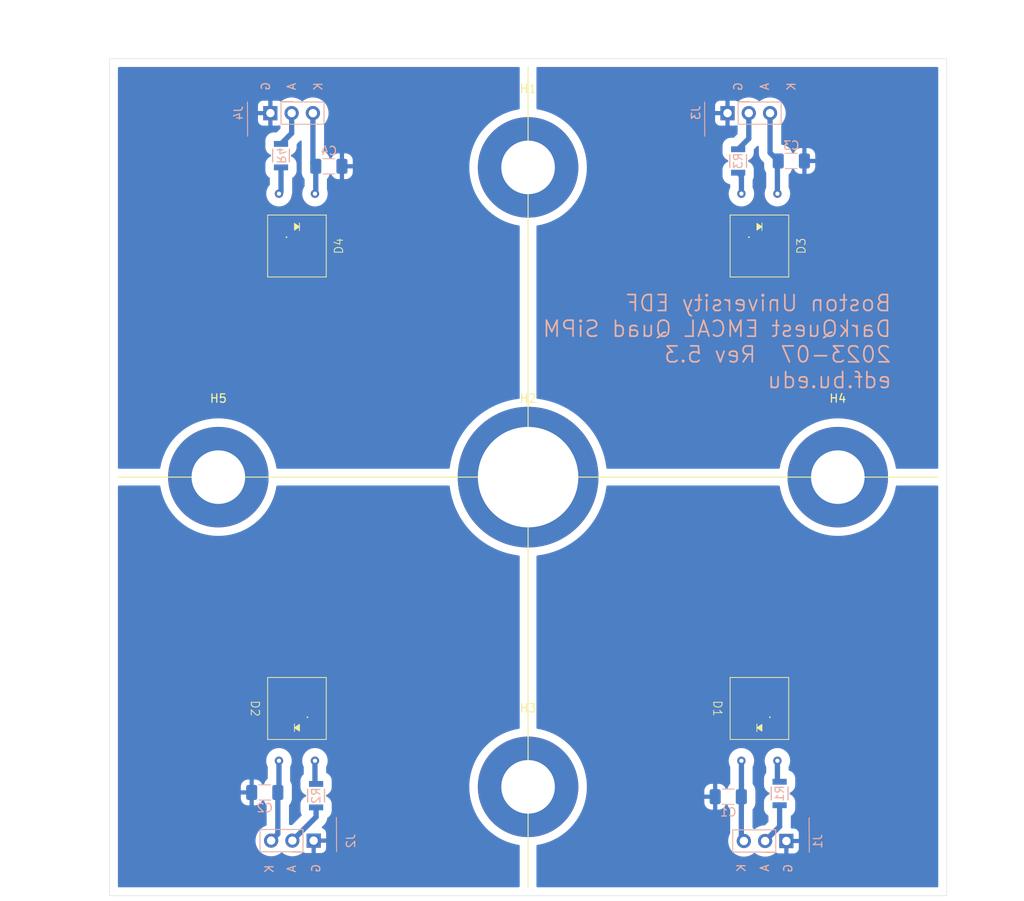
<source format=kicad_pcb>
(kicad_pcb (version 20221018) (generator pcbnew)
  (title_block (title "DarkQuest Quad SiPM") (comment 1 "Note: Rev 5.3 for S13360-6025PE with \"through-hole\""))
  (layers (0 "F.Cu" signal) (31 "B.Cu" signal) (34 "B.Paste" user) (35 "F.Paste" user) (36 "B.SilkS" user "B.Silkscreen") (37 "F.SilkS" user "F.Silkscreen") (38 "B.Mask" user) (39 "F.Mask" user) (44 "Edge.Cuts" user))
  (net 0 "")
  (net 1 "Net-(J1-Pin_1)")
  (net 2 "Net-(J2-Pin_1)")
  (net 3 "Net-(J3-Pin_1)")
  (net 4 "Net-(J4-Pin_1)")
  (net 5 "Net-(J2-Pin_2)")
  (net 6 "Net-(J3-Pin_2)")
  (net 7 "Net-(J4-Pin_2)")
  (net 8 "Net-(J1-Pin_2)")
  (net 9 "Net-(D1-K)")
  (net 10 "Net-(D2-K)")
  (net 11 "Net-(D3-K)")
  (net 12 "Net-(D4-K)")
  (net 13 "Net-(D1-A)")
  (net 14 "Net-(D2-A)")
  (net 15 "Net-(D3-A)")
  (net 16 "Net-(D4-A)")
  (footprint "quad_sipm:MountingHole_8.4mm_M8_Pad" (layer "F.Cu") (at 100 100)
    (fp_text reference "H2" (at 0 -9.4) (layer "F.SilkS"))
    (fp_text value "MountingHole")
    (pad "1" thru_hole circle (at 0 0) (size 16.8 16.8) (drill 12) (layers "*.Cu" "*.Mask"))
  )
  (footprint "quad_sipm:MountingHole_6.4_pad" (layer "F.Cu") (at 100 137)
    (fp_text reference "H3" (at 0 -9.4) (layer "F.SilkS"))
    (fp_text value "MountingHole")
    (pad "1" thru_hole circle (at 0 0) (size 12 12) (drill 6.4) (layers "*.Cu" "*.Mask"))
  )
  (footprint "quad_sipm:MountingHole_6.4_pad" (layer "F.Cu") (at 137 100)
    (fp_text reference "H4" (at 0 -9.4) (layer "F.SilkS"))
    (fp_text value "MountingHole")
    (pad "1" thru_hole circle (at 0 0) (size 12 12) (drill 6.4) (layers "*.Cu" "*.Mask"))
  )
  (footprint "quad_sipm:MountingHole_6.4_pad" (layer "F.Cu") (at 63 100)
    (fp_text reference "H5" (at 0 -9.4) (layer "F.SilkS"))
    (fp_text value "MountingHole")
    (pad "1" thru_hole circle (at 0 0) (size 12 12) (drill 6.4) (layers "*.Cu" "*.Mask"))
  )
  (footprint "quad_sipm:MountingHole_6.4_pad" (layer "F.Cu") (at 100 63)
    (fp_text reference "H1" (at 0 -9.4) (layer "F.SilkS"))
    (fp_text value "MountingHole")
    (pad "1" thru_hole circle (at 0 0) (size 12 12) (drill 6.4) (layers "*.Cu" "*.Mask"))
  )
  (footprint "Diode_SMD:S13360-6025PE_throughhole" (layer "F.Cu") (at 127.635 127.635 -90)
    (fp_text reference "D1" (at 0 5 -90 unlocked) (layer "F.SilkS") (effects (font (thickness 0.1))))
    (fp_text value "1N914")
    (fp_line (start -3.7 -3.5) (end -3.7 3.5) (stroke (width 0.1)) (layer "F.SilkS"))
    (fp_line (start -3.7 3.5) (end 3.7 3.5) (stroke (width 0.1)) (layer "F.SilkS"))
    (fp_line (start 2.75 0.3) (end 1.85 0.3) (stroke (width 0.1)) (layer "F.SilkS"))
    (fp_line (start 3.7 -3.5) (end -3.7 -3.5) (stroke (width 0.1)) (layer "F.SilkS"))
    (fp_line (start 3.7 3.5) (end 3.7 -3.5) (stroke (width 0.1)) (layer "F.SilkS"))
    (fp_circle (center 1.05 -1.25) (end 1.05 -1.25) (stroke (width 0.1)) (fill none) (layer "F.SilkS"))
    (fp_poly (pts (xy 2.3 0.3) (xy 2.7 -0.3) (xy 1.9 -0.3)) (stroke (width 0.1)) (fill solid) (layer "F.SilkS"))
    (pad "1" thru_hole circle (at 6.25 2.15 270) (size 1 1) (drill 0.5) (layers "*.Cu" "*.Mask") (net 9 "Net-(D1-K)"))
    (pad "2" thru_hole circle (at 6.25 -2.15 270) (size 1 1) (drill 0.5) (layers "*.Cu" "*.Mask") (net 13 "Net-(D1-A)"))
    (pad "3" smd circle (at -2.3 2.1 270) (size 1 1) (layers "F.Cu" "F.Paste" "F.Mask"))
    (pad "4" smd circle (at -2.3 -2.1 270) (size 1 1) (layers "F.Cu" "F.Paste" "F.Mask"))
    (pad "5" smd circle (at 2.3 2.1 270) (size 1 1) (layers "F.Cu" "F.Paste" "F.Mask"))
    (pad "6" smd circle (at 2.3 -2.1 270) (size 1 1) (layers "F.Cu" "F.Paste" "F.Mask"))
  )
  (footprint "Diode_SMD:S13360-6025PE_throughhole" (layer "F.Cu") (at 72.39 127.635 -90)
    (fp_text reference "D2" (at 0 5 -90 unlocked) (layer "F.SilkS") (effects (font (thickness 0.1))))
    (fp_text value "1N914")
    (fp_line (start -3.7 -3.5) (end -3.7 3.5) (stroke (width 0.1)) (layer "F.SilkS"))
    (fp_line (start -3.7 3.5) (end 3.7 3.5) (stroke (width 0.1)) (layer "F.SilkS"))
    (fp_line (start 2.75 0.3) (end 1.85 0.3) (stroke (width 0.1)) (layer "F.SilkS"))
    (fp_line (start 3.7 -3.5) (end -3.7 -3.5) (stroke (width 0.1)) (layer "F.SilkS"))
    (fp_line (start 3.7 3.5) (end 3.7 -3.5) (stroke (width 0.1)) (layer "F.SilkS"))
    (fp_circle (center 1.05 -1.25) (end 1.05 -1.25) (stroke (width 0.1)) (fill none) (layer "F.SilkS"))
    (fp_poly (pts (xy 2.3 0.3) (xy 2.7 -0.3) (xy 1.9 -0.3)) (stroke (width 0.1)) (fill solid) (layer "F.SilkS"))
    (pad "1" thru_hole circle (at 6.25 2.15 270) (size 1 1) (drill 0.5) (layers "*.Cu" "*.Mask") (net 10 "Net-(D2-K)"))
    (pad "2" thru_hole circle (at 6.25 -2.15 270) (size 1 1) (drill 0.5) (layers "*.Cu" "*.Mask") (net 14 "Net-(D2-A)"))
    (pad "3" smd circle (at -2.3 2.1 270) (size 1 1) (layers "F.Cu" "F.Paste" "F.Mask"))
    (pad "4" smd circle (at -2.3 -2.1 270) (size 1 1) (layers "F.Cu" "F.Paste" "F.Mask"))
    (pad "5" smd circle (at 2.3 2.1 270) (size 1 1) (layers "F.Cu" "F.Paste" "F.Mask"))
    (pad "6" smd circle (at 2.3 -2.1 270) (size 1 1) (layers "F.Cu" "F.Paste" "F.Mask"))
  )
  (footprint "Diode_SMD:S13360-6025PE_throughhole" (layer "F.Cu") (at 72.39 72.39 90)
    (fp_text reference "D4" (at 0 5 90 unlocked) (layer "F.SilkS") (effects (font (thickness 0.1))))
    (fp_text value "1N914")
    (fp_line (start -3.7 -3.5) (end -3.7 3.5) (stroke (width 0.1)) (layer "F.SilkS"))
    (fp_line (start -3.7 3.5) (end 3.7 3.5) (stroke (width 0.1)) (layer "F.SilkS"))
    (fp_line (start 2.75 0.3) (end 1.85 0.3) (stroke (width 0.1)) (layer "F.SilkS"))
    (fp_line (start 3.7 -3.5) (end -3.7 -3.5) (stroke (width 0.1)) (layer "F.SilkS"))
    (fp_line (start 3.7 3.5) (end 3.7 -3.5) (stroke (width 0.1)) (layer "F.SilkS"))
    (fp_circle (center 1.05 -1.25) (end 1.05 -1.25) (stroke (width 0.1)) (fill none) (layer "F.SilkS"))
    (fp_poly (pts (xy 2.3 0.3) (xy 2.7 -0.3) (xy 1.9 -0.3)) (stroke (width 0.1)) (fill solid) (layer "F.SilkS"))
    (pad "1" thru_hole circle (at 6.25 2.15 90) (size 1 1) (drill 0.5) (layers "*.Cu" "*.Mask") (net 12 "Net-(D4-K)"))
    (pad "2" thru_hole circle (at 6.25 -2.15 90) (size 1 1) (drill 0.5) (layers "*.Cu" "*.Mask") (net 16 "Net-(D4-A)"))
    (pad "3" smd circle (at -2.3 2.1 90) (size 1 1) (layers "F.Cu" "F.Paste" "F.Mask"))
    (pad "4" smd circle (at -2.3 -2.1 90) (size 1 1) (layers "F.Cu" "F.Paste" "F.Mask"))
    (pad "5" smd circle (at 2.3 2.1 90) (size 1 1) (layers "F.Cu" "F.Paste" "F.Mask"))
    (pad "6" smd circle (at 2.3 -2.1 90) (size 1 1) (layers "F.Cu" "F.Paste" "F.Mask"))
  )
  (footprint "Diode_SMD:S13360-6025PE_throughhole" (layer "F.Cu") (at 127.635 72.39 90)
    (fp_text reference "D3" (at 0 5 90 unlocked) (layer "F.SilkS") (effects (font (thickness 0.1))))
    (fp_text value "1N914")
    (fp_line (start -3.7 -3.5) (end -3.7 3.5) (stroke (width 0.1)) (layer "F.SilkS"))
    (fp_line (start -3.7 3.5) (end 3.7 3.5) (stroke (width 0.1)) (layer "F.SilkS"))
    (fp_line (start 2.75 0.3) (end 1.85 0.3) (stroke (width 0.1)) (layer "F.SilkS"))
    (fp_line (start 3.7 -3.5) (end -3.7 -3.5) (stroke (width 0.1)) (layer "F.SilkS"))
    (fp_line (start 3.7 3.5) (end 3.7 -3.5) (stroke (width 0.1)) (layer "F.SilkS"))
    (fp_circle (center 1.05 -1.25) (end 1.05 -1.25) (stroke (width 0.1)) (fill none) (layer "F.SilkS"))
    (fp_poly (pts (xy 2.3 0.3) (xy 2.7 -0.3) (xy 1.9 -0.3)) (stroke (width 0.1)) (fill solid) (layer "F.SilkS"))
    (pad "1" thru_hole circle (at 6.25 2.15 90) (size 1 1) (drill 0.5) (layers "*.Cu" "*.Mask") (net 11 "Net-(D3-K)"))
    (pad "2" thru_hole circle (at 6.25 -2.15 90) (size 1 1) (drill 0.5) (layers "*.Cu" "*.Mask") (net 15 "Net-(D3-A)"))
    (pad "3" smd circle (at -2.3 2.1 90) (size 1 1) (layers "F.Cu" "F.Paste" "F.Mask"))
    (pad "4" smd circle (at -2.3 -2.1 90) (size 1 1) (layers "F.Cu" "F.Paste" "F.Mask"))
    (pad "5" smd circle (at 2.3 2.1 90) (size 1 1) (layers "F.Cu" "F.Paste" "F.Mask"))
    (pad "6" smd circle (at 2.3 -2.1 90) (size 1 1) (layers "F.Cu" "F.Paste" "F.Mask"))
  )
  (footprint "Connector_PinHeader_2.54mm:PinHeader_1x03_P2.54mm_Vertical" (layer "B.Cu") (at 128.27 143.51 90)
    (fp_text reference "J1" (at 0 6.35 90) (layer "B.SilkS") (effects (justify mirror)))
    (fp_text value "8-102202-4")
    (fp_line (start -1.33 0) (end -1.33 1.33) (stroke (width 0.12)) (layer "B.SilkS"))
    (fp_line (start -1.285 -3.825) (end 1.375 -3.825) (stroke (width 0.12)) (layer "B.SilkS"))
    (fp_line (start -1.285 1.315) (end -1.285 -3.825) (stroke (width 0.12)) (layer "B.SilkS"))
    (fp_line (start -1.285 1.315) (end 1.375 1.315) (stroke (width 0.12)) (layer "B.SilkS"))
    (fp_line (start -1.275 5.325) (end 2.8 5.3) (stroke (width 0.12)) (layer "B.SilkS"))
    (fp_line (start 1.375 1.315) (end 1.375 -3.825) (stroke (width 0.12)) (layer "B.SilkS"))
    (pad "1" thru_hole rect (at 0.045 2.585 90) (size 1.7 1.7) (drill 1) (layers "*.Cu" "*.Mask") (net 1 "Net-(J1-Pin_1)"))
    (pad "2" thru_hole oval (at 0.045 0.045 90) (size 1.7 1.7) (drill 1) (layers "*.Cu" "*.Mask") (net 8 "Net-(J1-Pin_2)"))
    (pad "3" thru_hole oval (at 0.045 -2.495 90) (size 1.7 1.7) (drill 1) (layers "*.Cu" "*.Mask") (net 9 "Net-(D1-K)"))
  )
  (footprint "Capacitor_SMD:C_1206_3216Metric_Pad1.33x1.80mm_HandSolder" (layer "B.Cu") (at 76.2 62.865 180)
    (fp_text reference "C4" (at 0 1.85) (layer "B.SilkS") (effects (justify mirror)))
    (fp_text value "10nF 100V")
    (fp_line (start -0.711252 -0.91) (end 0.711252 -0.91) (stroke (width 0.12)) (layer "B.SilkS"))
    (fp_line (start -0.711252 0.91) (end 0.711252 0.91) (stroke (width 0.12)) (layer "B.SilkS"))
    (pad "1" smd roundrect (at -1.5625 0 180) (size 1.325 1.8) (layers "B.Cu" "B.Paste" "B.Mask") (roundrect_rratio 0.188679) (net 4 "Net-(J4-Pin_1)"))
    (pad "2" smd roundrect (at 1.5625 0 180) (size 1.325 1.8) (layers "B.Cu" "B.Paste" "B.Mask") (roundrect_rratio 0.188679) (net 12 "Net-(D4-K)"))
  )
  (footprint "Connector_PinHeader_2.54mm:PinHeader_1x03_P2.54mm_Vertical" (layer "B.Cu") (at 126.41 56.47 -90)
    (fp_text reference "J3" (at 0 6.35 90) (layer "B.SilkS") (effects (justify mirror)))
    (fp_text value "8-102202-4")
    (fp_line (start -1.33 0) (end -1.33 1.33) (stroke (width 0.12)) (layer "B.SilkS"))
    (fp_line (start -1.285 -3.825) (end 1.375 -3.825) (stroke (width 0.12)) (layer "B.SilkS"))
    (fp_line (start -1.285 1.315) (end -1.285 -3.825) (stroke (width 0.12)) (layer "B.SilkS"))
    (fp_line (start -1.285 1.315) (end 1.375 1.315) (stroke (width 0.12)) (layer "B.SilkS"))
    (fp_line (start -1.275 5.325) (end 2.8 5.3) (stroke (width 0.12)) (layer "B.SilkS"))
    (fp_line (start 1.375 1.315) (end 1.375 -3.825) (stroke (width 0.12)) (layer "B.SilkS"))
    (pad "1" thru_hole rect (at 0.045 2.585 270) (size 1.7 1.7) (drill 1) (layers "*.Cu" "*.Mask") (net 3 "Net-(J3-Pin_1)"))
    (pad "2" thru_hole oval (at 0.045 0.045 270) (size 1.7 1.7) (drill 1) (layers "*.Cu" "*.Mask") (net 6 "Net-(J3-Pin_2)"))
    (pad "3" thru_hole oval (at 0.045 -2.495 270) (size 1.7 1.7) (drill 1) (layers "*.Cu" "*.Mask") (net 11 "Net-(D3-K)"))
  )
  (footprint "Connector_PinHeader_2.54mm:PinHeader_1x03_P2.54mm_Vertical" (layer "B.Cu") (at 71.8 56.47 -90)
    (fp_text reference "J4" (at 0.045 6.395 90) (layer "B.SilkS") (effects (justify mirror)))
    (fp_text value "8-102202-4")
    (fp_line (start -1.33 0) (end -1.33 1.33) (stroke (width 0.12)) (layer "B.SilkS"))
    (fp_line (start -1.285 -3.825) (end 1.375 -3.825) (stroke (width 0.12)) (layer "B.SilkS"))
    (fp_line (start -1.285 1.315) (end -1.285 -3.825) (stroke (width 0.12)) (layer "B.SilkS"))
    (fp_line (start -1.285 1.315) (end 1.375 1.315) (stroke (width 0.12)) (layer "B.SilkS"))
    (fp_line (start -1.275 5.325) (end 2.8 5.3) (stroke (width 0.12)) (layer "B.SilkS"))
    (fp_line (start 1.375 1.315) (end 1.375 -3.825) (stroke (width 0.12)) (layer "B.SilkS"))
    (pad "1" thru_hole rect (at 0.045 2.585 270) (size 1.7 1.7) (drill 1) (layers "*.Cu" "*.Mask") (net 4 "Net-(J4-Pin_1)"))
    (pad "2" thru_hole oval (at 0.045 0.045 270) (size 1.7 1.7) (drill 1) (layers "*.Cu" "*.Mask") (net 7 "Net-(J4-Pin_2)"))
    (pad "3" thru_hole oval (at 0.045 -2.495 270) (size 1.7 1.7) (drill 1) (layers "*.Cu" "*.Mask") (net 12 "Net-(D4-K)"))
  )
  (footprint "Capacitor_SMD:C_1206_3216Metric_Pad1.33x1.80mm_HandSolder" (layer "B.Cu") (at 131.445 62.23 180)
    (fp_text reference "C3" (at 0 1.85) (layer "B.SilkS") (effects (justify mirror)))
    (fp_text value "10nF 100V")
    (fp_line (start -0.711252 -0.91) (end 0.711252 -0.91) (stroke (width 0.12)) (layer "B.SilkS"))
    (fp_line (start -0.711252 0.91) (end 0.711252 0.91) (stroke (width 0.12)) (layer "B.SilkS"))
    (pad "1" smd roundrect (at -1.5625 0 180) (size 1.325 1.8) (layers "B.Cu" "B.Paste" "B.Mask") (roundrect_rratio 0.188679) (net 3 "Net-(J3-Pin_1)"))
    (pad "2" smd roundrect (at 1.5625 0 180) (size 1.325 1.8) (layers "B.Cu" "B.Paste" "B.Mask") (roundrect_rratio 0.188679) (net 11 "Net-(D3-K)"))
  )
  (footprint "Connector_PinHeader_2.54mm:PinHeader_1x03_P2.54mm_Vertical" (layer "B.Cu") (at 71.8 143.465 90)
    (fp_text reference "J2" (at 0 7.03 90) (layer "B.SilkS") (effects (justify mirror)))
    (fp_text value "8-102202-4")
    (fp_line (start -1.33 0) (end -1.33 1.33) (stroke (width 0.12)) (layer "B.SilkS"))
    (fp_line (start -1.285 -3.825) (end 1.375 -3.825) (stroke (width 0.12)) (layer "B.SilkS"))
    (fp_line (start -1.285 1.315) (end -1.285 -3.825) (stroke (width 0.12)) (layer "B.SilkS"))
    (fp_line (start -1.285 1.315) (end 1.375 1.315) (stroke (width 0.12)) (layer "B.SilkS"))
    (fp_line (start -1.275 5.325) (end 2.8 5.3) (stroke (width 0.12)) (layer "B.SilkS"))
    (fp_line (start 1.375 1.315) (end 1.375 -3.825) (stroke (width 0.12)) (layer "B.SilkS"))
    (pad "1" thru_hole rect (at 0.045 2.585 90) (size 1.7 1.7) (drill 1) (layers "*.Cu" "*.Mask") (net 2 "Net-(J2-Pin_1)"))
    (pad "2" thru_hole oval (at 0.045 0.045 90) (size 1.7 1.7) (drill 1) (layers "*.Cu" "*.Mask") (net 5 "Net-(J2-Pin_2)"))
    (pad "3" thru_hole oval (at 0.045 -2.495 90) (size 1.7 1.7) (drill 1) (layers "*.Cu" "*.Mask") (net 10 "Net-(D2-K)"))
  )
  (footprint "Capacitor_SMD:C_1206_3216Metric_Pad1.33x1.80mm_HandSolder" (layer "B.Cu") (at 123.9135 138.176)
    (fp_text reference "C1" (at 0 1.85) (layer "B.SilkS") (effects (justify mirror)))
    (fp_text value "10nF 100V")
    (fp_line (start -0.711252 -0.91) (end 0.711252 -0.91) (stroke (width 0.12)) (layer "B.SilkS"))
    (fp_line (start -0.711252 0.91) (end 0.711252 0.91) (stroke (width 0.12)) (layer "B.SilkS"))
    (pad "1" smd roundrect (at -1.5625 0) (size 1.325 1.8) (layers "B.Cu" "B.Paste" "B.Mask") (roundrect_rratio 0.188679) (net 1 "Net-(J1-Pin_1)"))
    (pad "2" smd roundrect (at 1.5625 0) (size 1.325 1.8) (layers "B.Cu" "B.Paste" "B.Mask") (roundrect_rratio 0.188679) (net 9 "Net-(D1-K)"))
  )
  (footprint "Capacitor_SMD:C_1206_3216Metric_Pad1.33x1.80mm_HandSolder" (layer "B.Cu") (at 68.5415 137.668)
    (fp_text reference "C2" (at 0 1.85) (layer "B.SilkS") (effects (justify mirror)))
    (fp_text value "10nF 100V")
    (fp_line (start -0.711252 -0.91) (end 0.711252 -0.91) (stroke (width 0.12)) (layer "B.SilkS"))
    (fp_line (start -0.711252 0.91) (end 0.711252 0.91) (stroke (width 0.12)) (layer "B.SilkS"))
    (pad "1" smd roundrect (at -1.5625 0) (size 1.325 1.8) (layers "B.Cu" "B.Paste" "B.Mask") (roundrect_rratio 0.188679) (net 2 "Net-(J2-Pin_1)"))
    (pad "2" smd roundrect (at 1.5625 0) (size 1.325 1.8) (layers "B.Cu" "B.Paste" "B.Mask") (roundrect_rratio 0.188679) (net 10 "Net-(D2-K)"))
  )
  (footprint "Resistor_SMD:1206_VIS-L" (layer "B.Cu") (at 125.095 62.23 -90)
    (fp_text reference "R3" (at 0 0 90 unlocked) (layer "B.SilkS") (effects (justify mirror)))
    (fp_text value "R")
    (fp_line (start -0.754213 -1.002) (end 0.754213 -1.002) (stroke (width 0.1524)) (layer "B.SilkS"))
    (fp_line (start 0.754213 1.002) (end -0.754213 1.002) (stroke (width 0.1524)) (layer "B.SilkS"))
    (pad "1" smd rect (at -1.4008 0 270) (size 0.7016 1.6992) (layers "B.Cu" "B.Paste" "B.Mask") (net 6 "Net-(J3-Pin_2)"))
    (pad "2" smd rect (at 1.4008 0 270) (size 0.7016 1.6992) (layers "B.Cu" "B.Paste" "B.Mask") (net 15 "Net-(D3-A)"))
    (zone (net 0) (net_name "") (layer "B.Cu") (connect_pads (clearance 0)) (min_thickness 0.254)
      (keepout (tracks not_allowed) (vias not_allowed) (pads allowed) (copperpour not_allowed) (footprints allowed))
      (fill (thermal_gap 0.508) (thermal_bridge_width 0.508))
      (polygon (pts (xy 124.2708 61.2308) (xy 124.2708 63.2292) (xy 125.9192 63.2292) (xy 125.9192 61.2308)))
    )
  )
  (footprint "Resistor_SMD:1206_VIS-L" (layer "B.Cu") (at 70.485 61.595 90)
    (fp_text reference "R4" (at 0 0 270 unlocked) (layer "B.SilkS") (effects (justify mirror)))
    (fp_text value "R")
    (fp_line (start -0.754213 -1.002) (end 0.754213 -1.002) (stroke (width 0.1524)) (layer "B.SilkS"))
    (fp_line (start 0.754213 1.002) (end -0.754213 1.002) (stroke (width 0.1524)) (layer "B.SilkS"))
    (pad "1" smd rect (at -1.4008 0 90) (size 0.7016 1.6992) (layers "B.Cu" "B.Paste" "B.Mask") (net 16 "Net-(D4-A)"))
    (pad "2" smd rect (at 1.4008 0 90) (size 0.7016 1.6992) (layers "B.Cu" "B.Paste" "B.Mask") (net 7 "Net-(J4-Pin_2)"))
    (zone (net 0) (net_name "") (layer "B.Cu") (connect_pads (clearance 0)) (min_thickness 0.254)
      (keepout (tracks not_allowed) (vias not_allowed) (pads allowed) (copperpour not_allowed) (footprints allowed))
      (fill (thermal_gap 0.508) (thermal_bridge_width 0.508))
      (polygon (pts (xy 71.3092 62.5942) (xy 71.3092 60.5958) (xy 69.6608 60.5958) (xy 69.6608 62.5942)))
    )
  )
  (footprint "Resistor_SMD:1206_VIS-L" (layer "B.Cu") (at 74.676 138.0528 -90)
    (fp_text reference "R2" (at 0 0 90 unlocked) (layer "B.SilkS") (effects (justify mirror)))
    (fp_text value "R")
    (fp_line (start -0.754213 -1.002) (end 0.754213 -1.002) (stroke (width 0.1524)) (layer "B.SilkS"))
    (fp_line (start 0.754213 1.002) (end -0.754213 1.002) (stroke (width 0.1524)) (layer "B.SilkS"))
    (pad "1" smd rect (at -1.4008 0 270) (size 0.7016 1.6992) (layers "B.Cu" "B.Paste" "B.Mask") (net 14 "Net-(D2-A)"))
    (pad "2" smd rect (at 1.4008 0 270) (size 0.7016 1.6992) (layers "B.Cu" "B.Paste" "B.Mask") (net 5 "Net-(J2-Pin_2)"))
    (zone (net 0) (net_name "") (layer "B.Cu") (connect_pads (clearance 0)) (min_thickness 0.254)
      (keepout (tracks not_allowed) (vias not_allowed) (pads allowed) (copperpour not_allowed) (footprints allowed))
      (fill (thermal_gap 0.508) (thermal_bridge_width 0.508))
      (polygon (pts (xy 73.8518 137.0536) (xy 73.8518 139.052) (xy 75.5002 139.052) (xy 75.5002 137.0536)))
    )
  )
  (footprint "Resistor_SMD:1206_VIS-L" (layer "B.Cu") (at 130.048 137.7912 -90)
    (fp_text reference "R1" (at 0 0 90 unlocked) (layer "B.SilkS") (effects (justify mirror)))
    (fp_text value "R")
    (fp_line (start -0.754213 -1.002) (end 0.754213 -1.002) (stroke (width 0.1524)) (layer "B.SilkS"))
    (fp_line (start 0.754213 1.002) (end -0.754213 1.002) (stroke (width 0.1524)) (layer "B.SilkS"))
    (pad "1" smd rect (at -1.4008 0 270) (size 0.7016 1.6992) (layers "B.Cu" "B.Paste" "B.Mask") (net 13 "Net-(D1-A)"))
    (pad "2" smd rect (at 1.4008 0 270) (size 0.7016 1.6992) (layers "B.Cu" "B.Paste" "B.Mask") (net 8 "Net-(J1-Pin_2)"))
    (zone (net 0) (net_name "") (layer "B.Cu") (connect_pads (clearance 0)) (min_thickness 0.254)
      (keepout (tracks not_allowed) (vias not_allowed) (pads allowed) (copperpour not_allowed) (footprints allowed))
      (fill (thermal_gap 0.508) (thermal_bridge_width 0.508))
      (polygon (pts (xy 129.2238 136.792) (xy 129.2238 138.7904) (xy 130.8722 138.7904) (xy 130.8722 136.792)))
    )
  )
  (gr_line (start 51 100) (end 149 100) (stroke (width 0.12)) (layer "F.SilkS"))
  (gr_line (start 100 51) (end 100 149) (stroke (width 0.12)) (layer "F.SilkS"))
  (gr_line (start 50 150) (end 50 50) (stroke (width 0.05)) (layer "Edge.Cuts"))
  (gr_line (start 150 150) (end 50 150) (stroke (width 0.05)) (layer "Edge.Cuts"))
  (gr_line (start 50 50) (end 150 50) (stroke (width 0.05)) (layer "Edge.Cuts"))
  (gr_line (start 150 50) (end 150 150) (stroke (width 0.05)) (layer "Edge.Cuts"))
  (gr_text "G" (at 125.095 53.34 90) (layer "B.SilkS") (effects (font (size 1 1)) (justify mirror)))
  (gr_text "K" (at 131.445 53.34 90) (layer "B.SilkS") (effects (font (size 1 1)) (justify mirror)))
  (gr_text "A" (at 128.27 53.34 90) (layer "B.SilkS") (effects (font (size 1 1)) (justify mirror)))
  (gr_text "G" (at 74.676 147.32 90) (layer "B.SilkS") (effects (font (size 1 1)) (justify right mirror)))
  (gr_text "A" (at 71.755 147.32 90) (layer "B.SilkS") (effects (font (size 1 1)) (justify right mirror)))
  (gr_text "K" (at 74.93 53.34 90) (layer "B.SilkS") (effects (font (size 1 1)) (justify mirror)))
  (gr_text "A" (at 71.755 53.34 90) (layer "B.SilkS") (effects (font (size 1 1)) (justify mirror)))
  (gr_text "K" (at 69.088 146.812 90) (layer "B.SilkS") (effects (font (size 1 1)) (justify mirror)))
  (gr_text "A" (at 128.27 146.685 90) (layer "B.SilkS") (effects (font (size 1 1)) (justify mirror)))
  (gr_text "G" (at 131.064 147.32 90) (layer "B.SilkS") (effects (font (size 1 1)) (justify right mirror)))
  (gr_text "K" (at 125.476 146.685 90) (layer "B.SilkS") (effects (font (size 1 1)) (justify mirror)))
  (gr_text "Boston University EDF\nDarkQuest EMCAL Quad SiPM\n2023-07  Rev 5.3\nedf.bu.edu" (at 143.51 83.82) (layer "B.SilkS") (effects (font (size 1.905 1.905) (thickness 0.2032)) (justify left mirror)))
  (gr_text "G" (at 68.66 52.705 90) (layer "B.SilkS") (effects (font (size 1 1)) (justify left mirror)))
  (segment (start 74.6375 143.1675) (end 74.295 143.51) (width 0.635) (layer "B.Cu") (net 2))
  (segment (start 74.676 140.589) (end 71.845 143.42) (width 0.635) (layer "B.Cu") (net 5))
  (segment (start 74.676 139.4536) (end 74.676 140.589) (width 0.635) (layer "B.Cu") (net 5))
  (segment (start 126.365 56.515) (end 126.365 59.5592) (width 0.635) (layer "B.Cu") (net 6))
  (segment (start 126.365 59.5592) (end 125.095 60.8292) (width 0.635) (layer "B.Cu") (net 6))
  (segment (start 71.755 58.9242) (end 70.485 60.1942) (width 0.635) (layer "B.Cu") (net 7))
  (segment (start 71.755 56.515) (end 71.755 58.9242) (width 0.635) (layer "B.Cu") (net 7))
  (segment (start 130.048 139.192) (end 130.048 141.732) (width 0.635) (layer "B.Cu") (net 8))
  (segment (start 130.048 141.732) (end 128.315 143.465) (width 0.635) (layer "B.Cu") (net 8))
  (segment (start 125.476 138.176) (end 125.476 143.166) (width 0.635) (layer "B.Cu") (net 9))
  (segment (start 125.476 143.166) (end 125.775 143.465) (width 0.635) (layer "B.Cu") (net 9))
  (segment (start 125.485 138.167) (end 125.476 138.176) (width 0.635) (layer "B.Cu") (net 9))
  (segment (start 125.485 133.885) (end 125.485 138.167) (width 0.635) (layer "B.Cu") (net 9))
  (segment (start 70.24 137.532) (end 70.104 137.668) (width 0.635) (layer "B.Cu") (net 10))
  (segment (start 70.104 142.621) (end 69.305 143.42) (width 0.635) (layer "B.Cu") (net 10))
  (segment (start 70.104 137.668) (end 70.104 142.621) (width 0.635) (layer "B.Cu") (net 10))
  (segment (start 70.24 133.885) (end 70.24 137.532) (width 0.635) (layer "B.Cu") (net 10))
  (segment (start 128.905 56.515) (end 128.905 61.2525) (width 0.635) (layer "B.Cu") (net 11))
  (segment (start 128.905 61.2525) (end 129.8825 62.23) (width 0.635) (layer "B.Cu") (net 11))
  (segment (start 129.785 66.14) (end 129.785 62.3275) (width 0.635) (layer "B.Cu") (net 11))
  (segment (start 129.785 62.3275) (end 129.8825 62.23) (width 0.635) (layer "B.Cu") (net 11))
  (segment (start 74.6375 62.865) (end 74.6375 66.0425) (width 0.635) (layer "B.Cu") (net 12))
  (segment (start 74.295 62.5225) (end 74.6375 62.865) (width 0.635) (layer "B.Cu") (net 12))
  (segment (start 74.6375 66.0425) (end 74.54 66.14) (width 0.635) (layer "B.Cu") (net 12))
  (segment (start 74.295 56.515) (end 74.295 62.5225) (width 0.635) (layer "B.Cu") (net 12))
  (segment (start 129.785 133.885) (end 129.785 136.1274) (width 0.635) (layer "B.Cu") (net 13))
  (segment (start 129.785 136.1274) (end 130.048 136.3904) (width 0.635) (layer "B.Cu") (net 13))
  (segment (start 74.54 136.516) (end 74.676 136.652) (width 0.635) (layer "B.Cu") (net 14))
  (segment (start 74.54 133.885) (end 74.54 136.516) (width 0.635) (layer "B.Cu") (net 14))
  (segment (start 125.485 64.0208) (end 125.095 63.6308) (width 0.635) (layer "B.Cu") (net 15))
  (segment (start 125.485 66.14) (end 125.485 64.0208) (width 0.635) (layer "B.Cu") (net 15))
  (segment (start 70.485 65.895) (end 70.24 66.14) (width 0.635) (layer "B.Cu") (net 16))
  (segment (start 70.485 62.9958) (end 70.485 65.895) (width 0.635) (layer "B.Cu") (net 16))
  (zone (net 3) (net_name "Net-(J3-Pin_1)") (layer "B.Cu") (connect_pads (clearance 1.016)) (min_thickness 0.254) (fill yes (thermal_gap 0.635) (thermal_bridge_width 0.508))
    (polygon (pts (xy 149 99) (xy 101 99) (xy 101 51) (xy 149 51)))
  )
  (zone (net 4) (net_name "Net-(J4-Pin_1)") (layer "B.Cu") (connect_pads (clearance 1.016)) (min_thickness 0.254) (fill yes (thermal_gap 0.635) (thermal_bridge_width 0.508))
    (polygon (pts (xy 99 99) (xy 51 99) (xy 51 51) (xy 99 51)))
  )
  (zone (net 1) (net_name "Net-(J1-Pin_1)") (layer "B.Cu") (connect_pads (clearance 1.016)) (min_thickness 0.254) (fill yes (thermal_gap 0.635) (thermal_bridge_width 0.508))
    (polygon (pts (xy 149 149) (xy 101 149) (xy 101 101) (xy 149 101)))
  )
  (zone (net 2) (net_name "Net-(J2-Pin_1)") (layer "B.Cu") (connect_pads (clearance 1.016)) (min_thickness 0.254) (fill yes (thermal_gap 0.635) (thermal_bridge_width 0.508))
    (polygon (pts (xy 99 149) (xy 51 149) (xy 51 101) (xy 99 101)))
  )
)
</source>
